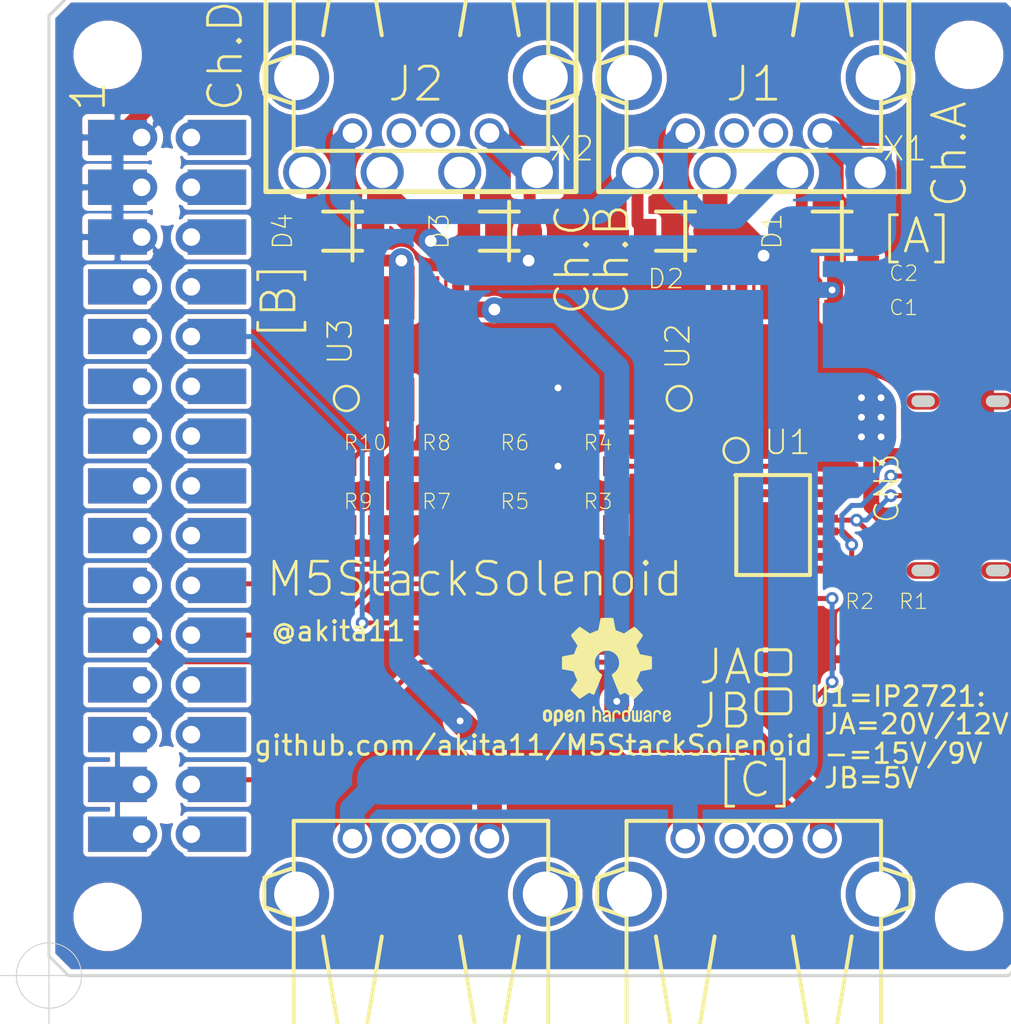
<source format=kicad_pcb>
(kicad_pcb (version 20171130) (host pcbnew "(5.1.5)-3")
  (layers (0 Top signal hide) (31 Bottom signal hide) (34 B.Paste user hide) (35 F.Paste user) (36 B.SilkS user) (37 F.SilkS user) (38 B.Mask user) (39 F.Mask user) (44 Edge.Cuts user))
  (net 0 "")
  (net 1 +5V)
  (net 2 GND)
  (net 3 V+)
  (net 4 "Net-(CN7-PadP$B30)")
  (net 5 /HPWR)
  (net 6 /GPIO34)
  (net 7 /GPIO0)
  (net 8 /GPIO15)
  (net 9 /GPIO13)
  (net 10 /GPIO12)
  (net 11 /GPIO5)
  (net 12 /GPIO2)
  (net 13 /SCL)
  (net 14 /SDA)
  (net 15 /TXD)
  (net 16 /RXD)
  (net 17 /GPIO1)
  (net 18 /GPIO3)
  (net 19 /GPIO18)
  (net 20 /GPIO26)
  (net 21 /GPIO19)
  (net 22 /GPIO25)
  (net 23 /GPIO23)
  (net 24 /RST)
  (net 25 /GPIO36)
  (net 26 /GPIO35)
  (net 27 "Net-(C1-Pad1)")
  (net 28 "Net-(CN3-PadA5)")
  (net 29 "Net-(CN3-PadB5)")
  (net 30 "Net-(CN4-Pad1)")
  (net 31 "Net-(U1-Pad1)")
  (net 32 "Net-(R3-Pad1)")
  (net 33 "Net-(R5-Pad1)")
  (net 34 "Net-(R7-Pad1)")
  (net 35 "Net-(R10-Pad1)")
  (net 36 "Net-(X1-Pad3)")
  (net 37 "Net-(X1-Pad2)")
  (net 38 "Net-(X2-Pad3)")
  (net 39 "Net-(X2-Pad2)")
  (net 40 "Net-(X3-Pad3)")
  (net 41 "Net-(X3-Pad2)")
  (net 42 "Net-(X4-Pad3)")
  (net 43 "Net-(X4-Pad2)")
  (net 44 "Net-(D1-PadP$A)")
  (net 45 "Net-(D2-PadP$A)")
  (net 46 "Net-(D3-PadP$A)")
  (net 47 "Net-(D4-PadP$A)")
  (module akita:CON_HT396R_4P (layer Top) (at 19 -41 180)
    (fp_text reference J2 (at 0.25 5.5) (layer F.SilkS) (effects (font (size 1.6891 1.6891) (thickness 0.14224)) (justify top)))
    (fp_text value Conn_01x04 hide)
    (pad 4 thru_hole circle (at 5.94 0 180) (size 2.2 2.2) (drill 1.6) (layers *.Cu *.Mask) (net 47 "Net-(D4-PadP$A)"))
    (pad 3 thru_hole circle (at 1.98 0 180) (size 2.2 2.2) (drill 1.6) (layers *.Cu *.Mask) (net 27 "Net-(C1-Pad1)"))
    (pad 2 thru_hole circle (at -1.98 0 200) (size 2.2 2.2) (drill 1.6) (layers *.Cu *.Mask) (net 46 "Net-(D3-PadP$A)"))
    (pad 1 thru_hole rect (at -5.94 0 180) (size 2.2 2.2) (drill 1.6) (layers *.Cu *.Mask) (net 27 "Net-(C1-Pad1)"))
  )
  (module akita:CON_HT396R_4P (layer Top) (at 36 -41 180)
    (fp_text reference J1 (at 0 5.5) (layer F.SilkS) (effects (font (size 1.6891 1.6891) (thickness 0.14224)) (justify top)))
    (fp_text value Conn_01x04 hide)
    (pad 4 thru_hole circle (at 5.94 0 180) (size 2.2 2.2) (drill 1.6) (layers *.Cu *.Mask) (net 45 "Net-(D2-PadP$A)"))
    (pad 3 thru_hole circle (at 1.98 0 180) (size 2.2 2.2) (drill 1.6) (layers *.Cu *.Mask) (net 27 "Net-(C1-Pad1)"))
    (pad 2 thru_hole circle (at -1.98 0 200) (size 2.2 2.2) (drill 1.6) (layers *.Cu *.Mask) (net 44 "Net-(D1-PadP$A)"))
    (pad 1 thru_hole rect (at -5.94 0 180) (size 2.2 2.2) (drill 1.6) (layers *.Cu *.Mask) (net 27 "Net-(C1-Pad1)"))
  )
  (module Symbol:OSHW-Logo2_7.3x6mm_SilkScreen (layer Top) (at 28.5 -15.5)
    (fp_text reference REF** hide)
    (fp_text value OSHW-Logo2_7.3x6mm_SilkScreen hide)
  )
  (module M5StackSolenoid2:MBUS_SEP_NOHOLENOTCH (layer Top) (at 0 0)
    (fp_text reference CN7 hide)
    (fp_text value MBUS_SEPNOHOLE hide)
    (fp_text user 1 (at 3 -44 90) (layer F.SilkS) (effects (font (size 1.6891 1.6891) (thickness 0.14224)) (justify left bottom)))
    (fp_line (start 0 -49) (end 0 -1) (layer Edge.Cuts) (width 0.1524))
    (fp_line (start 1 -50) (end 0 -49) (layer Edge.Cuts) (width 0.1524))
    (fp_line (start 49 -50) (end 1 -50) (layer Edge.Cuts) (width 0.1524))
    (fp_line (start 50 -49) (end 49 -50) (layer Edge.Cuts) (width 0.1524))
    (fp_line (start 50 -1) (end 50 -49) (layer Edge.Cuts) (width 0.1524))
    (fp_line (start 49 0) (end 50 -1) (layer Edge.Cuts) (width 0.1524))
    (fp_line (start 1 0) (end 49 0) (layer Edge.Cuts) (width 0.1524))
    (fp_line (start 0 -1) (end 1 0) (layer Edge.Cuts) (width 0.1524))
    (pad "" np_thru_hole circle (at 6 -8.49) (size 1 1) (drill 1) (layers *.Cu *.Mask))
    (pad "" np_thru_hole circle (at 6 -41.51) (size 1 1) (drill 1) (layers *.Cu *.Mask))
    (pad "" np_thru_hole circle (at 6 -11.03) (size 0.9 0.9) (drill 0.9) (layers *.Cu *.Mask))
    (pad "" np_thru_hole circle (at 6 -38.97) (size 0.9 0.9) (drill 0.9) (layers *.Cu *.Mask))
    (pad "" np_thru_hole circle (at 47 -3) (size 3 3) (drill 3) (layers *.Cu *.Mask))
    (pad "" np_thru_hole circle (at 47 -47) (size 3 3) (drill 3) (layers *.Cu *.Mask))
    (pad "" np_thru_hole circle (at 3 -47) (size 3 3) (drill 3) (layers *.Cu *.Mask))
    (pad "" np_thru_hole circle (at 3 -3) (size 3 3) (drill 3) (layers *.Cu *.Mask))
    (pad P$B30 smd rect (at 8.58 -7.22) (size 3 1.8) (layers Bottom B.Paste B.Mask) (net 4 "Net-(CN7-PadP$B30)"))
    (pad P$B29 smd rect (at 3.5 -7.22) (size 3 1.8) (layers Bottom B.Paste B.Mask) (net 5 /HPWR))
    (pad P$B28 smd rect (at 8.58 -9.76) (size 3 1.8) (layers Bottom B.Paste B.Mask) (net 1 +5V))
    (pad P$B27 smd rect (at 3.5 -9.76) (size 3 1.8) (layers Bottom B.Paste B.Mask) (net 5 /HPWR))
    (pad P$B26 smd rect (at 8.58 -12.3) (size 3 1.8) (layers Bottom B.Paste B.Mask) (net 6 /GPIO34))
    (pad P$B25 smd rect (at 3.5 -12.3) (size 3 1.8) (layers Bottom B.Paste B.Mask) (net 5 /HPWR))
    (pad P$B24 smd rect (at 8.58 -14.84) (size 3 1.8) (layers Bottom B.Paste B.Mask) (net 7 /GPIO0))
    (pad P$B23 smd rect (at 3.5 -14.84) (size 3 1.8) (layers Bottom B.Paste B.Mask) (net 8 /GPIO15))
    (pad P$B22 smd rect (at 8.58 -17.38) (size 3 1.8) (layers Bottom B.Paste B.Mask) (net 9 /GPIO13))
    (pad P$B21 smd rect (at 3.5 -17.38) (size 3 1.8) (layers Bottom B.Paste B.Mask) (net 10 /GPIO12))
    (pad P$B20 smd rect (at 8.58 -19.92) (size 3 1.8) (layers Bottom B.Paste B.Mask) (net 11 /GPIO5))
    (pad P$B19 smd rect (at 3.5 -19.92) (size 3 1.8) (layers Bottom B.Paste B.Mask) (net 12 /GPIO2))
    (pad P$B18 smd rect (at 8.58 -22.46) (size 3 1.8) (layers Bottom B.Paste B.Mask) (net 13 /SCL))
    (pad P$B17 smd rect (at 3.5 -22.46) (size 3 1.8) (layers Bottom B.Paste B.Mask) (net 14 /SDA))
    (pad P$B16 smd rect (at 8.58 -25) (size 3 1.8) (layers Bottom B.Paste B.Mask) (net 15 /TXD))
    (pad P$B15 smd rect (at 3.5 -25) (size 3 1.8) (layers Bottom B.Paste B.Mask) (net 16 /RXD))
    (pad P$B14 smd rect (at 8.58 -27.54) (size 3 1.8) (layers Bottom B.Paste B.Mask) (net 17 /GPIO1))
    (pad P$B13 smd rect (at 3.5 -27.54) (size 3 1.8) (layers Bottom B.Paste B.Mask) (net 18 /GPIO3))
    (pad P$B12 smd rect (at 8.58 -30.08) (size 3 1.8) (layers Bottom B.Paste B.Mask) (net 3 V+))
    (pad P$B11 smd rect (at 3.5 -30.08) (size 3 1.8) (layers Bottom B.Paste B.Mask) (net 19 /GPIO18))
    (pad P$B10 smd rect (at 8.58 -32.62) (size 3 1.8) (layers Bottom B.Paste B.Mask) (net 20 /GPIO26))
    (pad P$B9 smd rect (at 3.5 -32.62) (size 3 1.8) (layers Bottom B.Paste B.Mask) (net 21 /GPIO19))
    (pad P$B8 smd rect (at 8.58 -35.16) (size 3 1.8) (layers Bottom B.Paste B.Mask) (net 22 /GPIO25))
    (pad P$B7 smd rect (at 3.5 -35.16) (size 3 1.8) (layers Bottom B.Paste B.Mask) (net 23 /GPIO23))
    (pad P$B6 smd rect (at 8.58 -37.7) (size 3 1.8) (layers Bottom B.Paste B.Mask) (net 24 /RST))
    (pad P$B5 smd rect (at 3.5 -37.7) (size 3 1.8) (layers Bottom B.Paste B.Mask) (net 2 GND))
    (pad P$B4 smd rect (at 8.58 -40.24) (size 3 1.8) (layers Bottom B.Paste B.Mask) (net 25 /GPIO36))
    (pad P$B3 smd rect (at 3.5 -40.24) (size 3 1.8) (layers Bottom B.Paste B.Mask) (net 2 GND))
    (pad P$B2 smd rect (at 8.58 -42.78) (size 3 1.8) (layers Bottom B.Paste B.Mask) (net 26 /GPIO35))
    (pad P$B1 smd rect (at 3.5 -42.78) (size 3 1.8) (layers Bottom B.Paste B.Mask) (net 2 GND))
    (pad P$T30 smd rect (at 8.58 -7.22) (size 3 1.8) (layers Top F.Paste F.Mask) (net 4 "Net-(CN7-PadP$B30)"))
    (pad P$T29 smd rect (at 3.5 -7.22) (size 3 1.8) (layers Top F.Paste F.Mask) (net 5 /HPWR))
    (pad P$T28 smd rect (at 8.58 -9.76) (size 3 1.8) (layers Top F.Paste F.Mask) (net 1 +5V))
    (pad P$T27 smd rect (at 3.5 -9.76) (size 3 1.8) (layers Top F.Paste F.Mask) (net 5 /HPWR))
    (pad P$T26 smd rect (at 8.58 -12.3) (size 3 1.8) (layers Top F.Paste F.Mask) (net 6 /GPIO34))
    (pad P$T25 smd rect (at 3.5 -12.3) (size 3 1.8) (layers Top F.Paste F.Mask) (net 5 /HPWR))
    (pad P$T24 smd rect (at 8.58 -14.84) (size 3 1.8) (layers Top F.Paste F.Mask) (net 7 /GPIO0))
    (pad P$T23 smd rect (at 3.5 -14.84) (size 3 1.8) (layers Top F.Paste F.Mask) (net 8 /GPIO15))
    (pad P$T22 smd rect (at 8.58 -17.38) (size 3 1.8) (layers Top F.Paste F.Mask) (net 9 /GPIO13))
    (pad P$T21 smd rect (at 3.5 -17.38) (size 3 1.8) (layers Top F.Paste F.Mask) (net 10 /GPIO12))
    (pad P$T20 smd rect (at 8.58 -19.92) (size 3 1.8) (layers Top F.Paste F.Mask) (net 11 /GPIO5))
    (pad P$T19 smd rect (at 3.5 -19.92) (size 3 1.8) (layers Top F.Paste F.Mask) (net 12 /GPIO2))
    (pad P$T18 smd rect (at 8.58 -22.46) (size 3 1.8) (layers Top F.Paste F.Mask) (net 13 /SCL))
    (pad P$T17 smd rect (at 3.5 -22.46) (size 3 1.8) (layers Top F.Paste F.Mask) (net 14 /SDA))
    (pad P$T16 smd rect (at 8.58 -25) (size 3 1.8) (layers Top F.Paste F.Mask) (net 15 /TXD))
    (pad P$T15 smd rect (at 3.5 -25) (size 3 1.8) (layers Top F.Paste F.Mask) (net 16 /RXD))
    (pad P$T14 smd rect (at 8.58 -27.54) (size 3 1.8) (layers Top F.Paste F.Mask) (net 17 /GPIO1))
    (pad P$T13 smd rect (at 3.5 -27.54) (size 3 1.8) (layers Top F.Paste F.Mask) (net 18 /GPIO3))
    (pad P$T12 smd rect (at 8.58 -30.08) (size 3 1.8) (layers Top F.Paste F.Mask) (net 3 V+))
    (pad P$T11 smd rect (at 3.5 -30.08) (size 3 1.8) (layers Top F.Paste F.Mask) (net 19 /GPIO18))
    (pad P$T10 smd rect (at 8.58 -32.62) (size 3 1.8) (layers Top F.Paste F.Mask) (net 20 /GPIO26))
    (pad P$T9 smd rect (at 3.5 -32.62) (size 3 1.8) (layers Top F.Paste F.Mask) (net 21 /GPIO19))
    (pad P$T8 smd rect (at 8.58 -35.16) (size 3 1.8) (layers Top F.Paste F.Mask) (net 22 /GPIO25))
    (pad P$T7 smd rect (at 3.5 -35.16) (size 3 1.8) (layers Top F.Paste F.Mask) (net 23 /GPIO23))
    (pad P$T6 smd rect (at 8.58 -37.7) (size 3 1.8) (layers Top F.Paste F.Mask) (net 24 /RST))
    (pad P$T5 smd rect (at 3.5 -37.7) (size 3 1.8) (layers Top F.Paste F.Mask) (net 2 GND))
    (pad P$T4 smd rect (at 8.58 -40.24) (size 3 1.8) (layers Top F.Paste F.Mask) (net 25 /GPIO36))
    (pad P$T3 smd rect (at 3.5 -40.24) (size 3 1.8) (layers Top F.Paste F.Mask) (net 2 GND))
    (pad P$T2 smd rect (at 8.58 -42.78) (size 3 1.8) (layers Top F.Paste F.Mask) (net 26 /GPIO35))
    (pad P$T1 smd rect (at 3.5 -42.78) (size 3 1.8) (layers Top F.Paste F.Mask) (net 2 GND))
  )
  (module akita:Pad_TH09mm (layer Top) (at 7.27 -7.22)
    (fp_text reference REF** hide)
    (fp_text value Pad_TH09mm hide)
    (pad 1 thru_hole circle (at 0 0) (size 1.6 1.6) (drill 0.9) (layers *.Cu *.Mask) (net 4 "Net-(CN7-PadP$B30)"))
  )
  (module akita:Pad_TH09mm (layer Top) (at 4.73 -7.22)
    (fp_text reference REF** hide)
    (fp_text value Pad_TH09mm hide)
    (pad 1 thru_hole circle (at 0 0) (size 1.6 1.6) (drill 0.9) (layers *.Cu *.Mask) (net 5 /HPWR))
  )
  (module akita:Pad_TH09mm (layer Top) (at 7.27 -9.76)
    (fp_text reference REF** hide)
    (fp_text value Pad_TH09mm hide)
    (pad 1 thru_hole circle (at 0 0) (size 1.6 1.6) (drill 0.9) (layers *.Cu *.Mask) (net 1 +5V))
  )
  (module akita:Pad_TH09mm (layer Top) (at 4.73 -9.76)
    (fp_text reference REF** hide)
    (fp_text value Pad_TH09mm hide)
    (pad 1 thru_hole circle (at 0 0) (size 1.6 1.6) (drill 0.9) (layers *.Cu *.Mask) (net 5 /HPWR))
  )
  (module akita:Pad_TH09mm (layer Top) (at 7.27 -12.3)
    (fp_text reference REF** hide)
    (fp_text value Pad_TH09mm hide)
    (pad 1 thru_hole circle (at 0 0) (size 1.6 1.6) (drill 0.9) (layers *.Cu *.Mask) (net 6 /GPIO34))
  )
  (module akita:Pad_TH09mm (layer Top) (at 4.73 -12.3)
    (fp_text reference REF** hide)
    (fp_text value Pad_TH09mm hide)
    (pad 1 thru_hole circle (at 0 0) (size 1.6 1.6) (drill 0.9) (layers *.Cu *.Mask) (net 5 /HPWR))
  )
  (module akita:Pad_TH09mm (layer Top) (at 7.27 -14.84)
    (fp_text reference REF** hide)
    (fp_text value Pad_TH09mm hide)
    (pad 1 thru_hole circle (at 0 0) (size 1.6 1.6) (drill 0.9) (layers *.Cu *.Mask) (net 7 /GPIO0))
  )
  (module akita:Pad_TH09mm (layer Top) (at 4.73 -14.84)
    (fp_text reference REF** hide)
    (fp_text value Pad_TH09mm hide)
    (pad 1 thru_hole circle (at 0 0) (size 1.6 1.6) (drill 0.9) (layers *.Cu *.Mask) (net 8 /GPIO15))
  )
  (module akita:Pad_TH09mm (layer Top) (at 7.27 -17.38)
    (fp_text reference REF** hide)
    (fp_text value Pad_TH09mm hide)
    (pad 1 thru_hole circle (at 0 0) (size 1.6 1.6) (drill 0.9) (layers *.Cu *.Mask) (net 9 /GPIO13))
  )
  (module akita:Pad_TH09mm (layer Top) (at 4.73 -17.38)
    (fp_text reference REF** hide)
    (fp_text value Pad_TH09mm hide)
    (pad 1 thru_hole circle (at 0 0) (size 1.6 1.6) (drill 0.9) (layers *.Cu *.Mask) (net 10 /GPIO12))
  )
  (module akita:Pad_TH09mm (layer Top) (at 7.27 -19.92)
    (fp_text reference REF** hide)
    (fp_text value Pad_TH09mm hide)
    (pad 1 thru_hole circle (at 0 0) (size 1.6 1.6) (drill 0.9) (layers *.Cu *.Mask) (net 11 /GPIO5))
  )
  (module akita:Pad_TH09mm (layer Top) (at 4.73 -19.92)
    (fp_text reference REF** hide)
    (fp_text value Pad_TH09mm hide)
    (pad 1 thru_hole circle (at 0 0) (size 1.6 1.6) (drill 0.9) (layers *.Cu *.Mask) (net 12 /GPIO2))
  )
  (module akita:Pad_TH09mm (layer Top) (at 7.27 -22.46)
    (fp_text reference REF** hide)
    (fp_text value Pad_TH09mm hide)
    (pad 1 thru_hole circle (at 0 0) (size 1.6 1.6) (drill 0.9) (layers *.Cu *.Mask) (net 13 /SCL))
  )
  (module akita:Pad_TH09mm (layer Top) (at 4.73 -22.46)
    (fp_text reference REF** hide)
    (fp_text value Pad_TH09mm hide)
    (pad 1 thru_hole circle (at 0 0) (size 1.6 1.6) (drill 0.9) (layers *.Cu *.Mask) (net 14 /SDA))
  )
  (module akita:Pad_TH09mm (layer Top) (at 7.27 -25)
    (fp_text reference REF** hide)
    (fp_text value Pad_TH09mm hide)
    (pad 1 thru_hole circle (at 0 0) (size 1.6 1.6) (drill 0.9) (layers *.Cu *.Mask) (net 15 /TXD))
  )
  (module akita:Pad_TH09mm (layer Top) (at 4.73 -25)
    (fp_text reference REF** hide)
    (fp_text value Pad_TH09mm hide)
    (pad 1 thru_hole circle (at 0 0) (size 1.6 1.6) (drill 0.9) (layers *.Cu *.Mask) (net 16 /RXD))
  )
  (module akita:Pad_TH09mm (layer Top) (at 7.27 -27.54)
    (fp_text reference REF** hide)
    (fp_text value Pad_TH09mm hide)
    (pad 1 thru_hole circle (at 0 0) (size 1.6 1.6) (drill 0.9) (layers *.Cu *.Mask) (net 17 /GPIO1))
  )
  (module akita:Pad_TH09mm (layer Top) (at 4.73 -27.54)
    (fp_text reference REF** hide)
    (fp_text value Pad_TH09mm hide)
    (pad 1 thru_hole circle (at 0 0) (size 1.6 1.6) (drill 0.9) (layers *.Cu *.Mask) (net 18 /GPIO3))
  )
  (module akita:Pad_TH09mm (layer Top) (at 7.27 -30.08)
    (fp_text reference REF** hide)
    (fp_text value Pad_TH09mm hide)
    (pad 1 thru_hole circle (at 0 0) (size 1.6 1.6) (drill 0.9) (layers *.Cu *.Mask) (net 3 V+))
  )
  (module akita:Pad_TH09mm (layer Top) (at 4.73 -30.08)
    (fp_text reference REF** hide)
    (fp_text value Pad_TH09mm hide)
    (pad 1 thru_hole circle (at 0 0) (size 1.6 1.6) (drill 0.9) (layers *.Cu *.Mask) (net 19 /GPIO18))
  )
  (module akita:Pad_TH09mm (layer Top) (at 7.27 -32.62)
    (fp_text reference REF** hide)
    (fp_text value Pad_TH09mm hide)
    (pad 1 thru_hole circle (at 0 0) (size 1.6 1.6) (drill 0.9) (layers *.Cu *.Mask) (net 20 /GPIO26))
  )
  (module akita:Pad_TH09mm (layer Top) (at 4.73 -32.62)
    (fp_text reference REF** hide)
    (fp_text value Pad_TH09mm hide)
    (pad 1 thru_hole circle (at 0 0) (size 1.6 1.6) (drill 0.9) (layers *.Cu *.Mask) (net 21 /GPIO19))
  )
  (module akita:Pad_TH09mm (layer Top) (at 7.27 -35.16)
    (fp_text reference REF** hide)
    (fp_text value Pad_TH09mm hide)
    (pad 1 thru_hole circle (at 0 0) (size 1.6 1.6) (drill 0.9) (layers *.Cu *.Mask) (net 22 /GPIO25))
  )
  (module akita:Pad_TH09mm (layer Top) (at 4.73 -35.16)
    (fp_text reference REF** hide)
    (fp_text value Pad_TH09mm hide)
    (pad 1 thru_hole circle (at 0 0) (size 1.6 1.6) (drill 0.9) (layers *.Cu *.Mask) (net 23 /GPIO23))
  )
  (module akita:Pad_TH09mm (layer Top) (at 7.27 -37.7)
    (fp_text reference REF** hide)
    (fp_text value Pad_TH09mm hide)
    (pad 1 thru_hole circle (at 0 0) (size 1.6 1.6) (drill 0.9) (layers *.Cu *.Mask) (net 24 /RST))
  )
  (module akita:Pad_TH09mm (layer Top) (at 4.73 -37.7)
    (fp_text reference REF** hide)
    (fp_text value Pad_TH09mm hide)
    (pad 1 thru_hole circle (at 0 0) (size 1.6 1.6) (drill 0.9) (layers *.Cu *.Mask) (net 2 GND))
  )
  (module akita:Pad_TH09mm (layer Top) (at 7.27 -40.24)
    (fp_text reference REF** hide)
    (fp_text value Pad_TH09mm hide)
    (pad 1 thru_hole circle (at 0 0) (size 1.6 1.6) (drill 0.9) (layers *.Cu *.Mask) (net 25 /GPIO36))
  )
  (module akita:Pad_TH09mm (layer Top) (at 4.73 -40.24)
    (fp_text reference REF** hide)
    (fp_text value Pad_TH09mm hide)
    (pad 1 thru_hole circle (at 0 0) (size 1.6 1.6) (drill 0.9) (layers *.Cu *.Mask) (net 2 GND))
  )
  (module akita:Pad_TH09mm (layer Top) (at 7.27 -42.78)
    (fp_text reference REF** hide)
    (fp_text value Pad_TH09mm hide)
    (pad 1 thru_hole circle (at 0 0) (size 1.6 1.6) (drill 0.9) (layers *.Cu *.Mask) (net 26 /GPIO35))
  )
  (module akita:Pad_TH09mm (layer Top) (at 4.73 -42.78)
    (fp_text reference REF** hide)
    (fp_text value Pad_TH09mm hide)
    (pad 1 thru_hole circle (at 0 0) (size 1.6 1.6) (drill 0.9) (layers *.Cu *.Mask) (net 2 GND))
  )
  (module M5StackSolenoid2:SOD123FL (layer Top) (at 40 -38)
    (fp_text reference D1 (at -2.5 1 90) (layer F.SilkS) (effects (font (size 0.9652 0.9652) (thickness 0.077216)) (justify left bottom)))
    (fp_text value DIODESOD123FL)
    (pad P$K smd rect (at 1.55 0) (size 1.15 1.25) (layers Top F.Paste F.Mask) (net 27 "Net-(C1-Pad1)"))
    (pad P$A smd rect (at -1.55 0) (size 1.15 1.25) (layers Top F.Paste F.Mask) (net 44 "Net-(D1-PadP$A)"))
  )
  (module M5StackSolenoid2:TSSOP16 (layer Top) (at 37 -23 270)
    (fp_text reference U1 (at -3.515 0.5525) (layer F.SilkS) (effects (font (size 1.2065 1.2065) (thickness 0.09652)) (justify left bottom)))
    (fp_text value PMC_IP2721)
    (pad 10 smd rect (at 1.625 -2.775) (size 1.05 0.4) (layers Top F.Paste F.Mask))
    (pad 9 smd rect (at 2.275 -2.775) (size 1.05 0.4) (layers Top F.Paste F.Mask))
    (pad 14 smd rect (at -0.975 -2.775) (size 1.05 0.4) (layers Top F.Paste F.Mask))
    (pad 13 smd rect (at -0.325 -2.775) (size 1.05 0.4) (layers Top F.Paste F.Mask) (net 28 "Net-(CN3-PadA5)"))
    (pad 12 smd rect (at 0.325 -2.775) (size 1.05 0.4) (layers Top F.Paste F.Mask) (net 29 "Net-(CN3-PadB5)"))
    (pad 11 smd rect (at 0.975 -2.775) (size 1.05 0.4) (layers Top F.Paste F.Mask) (net 30 "Net-(CN4-Pad1)"))
    (pad 16 smd rect (at -2.275 -2.775) (size 1.05 0.4) (layers Top F.Paste F.Mask) (net 27 "Net-(C1-Pad1)"))
    (pad 15 smd rect (at -1.625 -2.775) (size 1.05 0.4) (layers Top F.Paste F.Mask))
    (pad 8 smd rect (at 2.275 2.775) (size 1.05 0.4) (layers Top F.Paste F.Mask))
    (pad 7 smd rect (at 1.625 2.775) (size 1.05 0.4) (layers Top F.Paste F.Mask))
    (pad 6 smd rect (at 0.975 2.775) (size 1.05 0.4) (layers Top F.Paste F.Mask))
    (pad 5 smd rect (at 0.325 2.775) (size 1.05 0.4) (layers Top F.Paste F.Mask) (net 2 GND))
    (pad 4 smd rect (at -0.325 2.775) (size 1.05 0.4) (layers Top F.Paste F.Mask))
    (pad 3 smd rect (at -0.975 2.775) (size 1.05 0.4) (layers Top F.Paste F.Mask))
    (pad 2 smd rect (at -1.625 2.775) (size 1.05 0.4) (layers Top F.Paste F.Mask) (net 27 "Net-(C1-Pad1)"))
    (pad 1 smd rect (at -2.275 2.775) (size 1.05 0.4) (layers Top F.Paste F.Mask) (net 31 "Net-(U1-Pad1)"))
  )
  (module M5StackSolenoid2:USB-C_6P (layer Top) (at 47.5 -25 90)
    (fp_text reference CN3 (at -2 -4 90) (layer F.SilkS) (effects (font (size 1.2065 1.2065) (thickness 0.09652)) (justify left bottom)))
    (fp_text value CON_USB-C-6 hide)
    (fp_line (start 4.32 -3.15) (end 4.32 -2.55) (layer Edge.Cuts) (width 0.6))
    (fp_line (start 4.32 0.65) (end 4.32 1.25) (layer Edge.Cuts) (width 0.6))
    (fp_line (start -4.32 0.65) (end -4.32 1.25) (layer Edge.Cuts) (width 0.6))
    (fp_line (start -4.32 -3.15) (end -4.32 -2.55) (layer Edge.Cuts) (width 0.6))
    (pad P$4 smd roundrect (at 4.32 0.95 90) (size 0.85 1.7) (layers Top F.Paste F.Mask) (roundrect_rratio 0.5))
    (pad P$3 smd roundrect (at 4.32 -2.85 90) (size 0.85 1.7) (layers Top F.Paste F.Mask) (roundrect_rratio 0.5))
    (pad P$2 smd roundrect (at -4.32 0.95 90) (size 0.85 1.7) (layers Top F.Paste F.Mask) (roundrect_rratio 0.5))
    (pad P$1 smd roundrect (at -4.32 -2.85 90) (size 0.85 1.7) (layers Top F.Paste F.Mask) (roundrect_rratio 0.5))
    (pad A12 smd rect (at 2.75 -3 90) (size 0.8 1.2) (layers Top F.Paste F.Mask) (net 2 GND))
    (pad A9 smd rect (at 1.52 -3 90) (size 0.76 1.2) (layers Top F.Paste F.Mask) (net 27 "Net-(C1-Pad1)"))
    (pad B5 smd rect (at 0.5 -3 90) (size 0.7 1.2) (layers Top F.Paste F.Mask) (net 29 "Net-(CN3-PadB5)"))
    (pad A5 smd rect (at -0.5 -3 90) (size 0.7 1.2) (layers Top F.Paste F.Mask) (net 28 "Net-(CN3-PadA5)"))
    (pad B9 smd rect (at -1.52 -3 90) (size 0.76 1.2) (layers Top F.Paste F.Mask) (net 27 "Net-(C1-Pad1)"))
    (pad B12 smd rect (at -2.75 -3 90) (size 0.8 1.2) (layers Top F.Paste F.Mask) (net 2 GND))
  )
  (module M5StackSolenoid2:0603 (layer Top) (at 44 -17 90)
    (fp_text reference R1 (at 1.647 -0.639) (layer F.SilkS) (effects (font (size 0.77216 0.77216) (thickness 0.061772)) (justify left bottom)))
    (fp_text value 5.1k)
    (pad 2 smd rect (at 0.85 0 90) (size 1.1 1) (layers Top F.Paste F.Mask) (net 28 "Net-(CN3-PadA5)"))
    (pad 1 smd rect (at -0.85 0 90) (size 1.1 1) (layers Top F.Paste F.Mask) (net 2 GND))
  )
  (module M5StackSolenoid2:0603 (layer Top) (at 41 -17 90)
    (fp_text reference R2 (at 1.647 -0.389) (layer F.SilkS) (effects (font (size 0.77216 0.77216) (thickness 0.061772)) (justify left bottom)))
    (fp_text value 5.1k)
    (pad 2 smd rect (at 0.85 0 90) (size 1.1 1) (layers Top F.Paste F.Mask) (net 29 "Net-(CN3-PadB5)"))
    (pad 1 smd rect (at -0.85 0 90) (size 1.1 1) (layers Top F.Paste F.Mask) (net 2 GND))
  )
  (module M5StackSolenoid2:JUMPER_SJS (layer Top) (at 37 -16 180)
    (fp_text reference CN4 hide)
    (fp_text value JUMPER_SJS)
    (pad 2 smd rect (at 0.4 0 180) (size 0.6 1) (layers Top F.Paste F.Mask) (net 1 +5V))
    (pad 1 smd rect (at -0.4 0 180) (size 0.6 1) (layers Top F.Paste F.Mask) (net 30 "Net-(CN4-Pad1)"))
  )
  (module M5StackSolenoid2:JUMPER_SJS (layer Top) (at 37 -14)
    (fp_text reference CN5 hide)
    (fp_text value JUMPER_SJS)
    (pad 2 smd rect (at 0.4 0) (size 0.6 1) (layers Top F.Paste F.Mask) (net 30 "Net-(CN4-Pad1)"))
    (pad 1 smd rect (at -0.4 0) (size 0.6 1) (layers Top F.Paste F.Mask) (net 2 GND))
  )
  (module M5StackSolenoid2:0603 (layer Top) (at 41 -34)
    (fp_text reference C1 (at 1.861 0.353) (layer F.SilkS) (effects (font (size 0.77216 0.77216) (thickness 0.061772)) (justify left bottom)))
    (fp_text value CAP0603)
    (pad 2 smd rect (at 0.85 0) (size 1.1 1) (layers Top F.Paste F.Mask) (net 2 GND))
    (pad 1 smd rect (at -0.85 0) (size 1.1 1) (layers Top F.Paste F.Mask) (net 27 "Net-(C1-Pad1)"))
  )
  (module M5StackSolenoid2:0603 (layer Top) (at 41 -36.25)
    (fp_text reference C2 (at 1.861 0.853) (layer F.SilkS) (effects (font (size 0.77216 0.77216) (thickness 0.061772)) (justify left bottom)))
    (fp_text value CAP0603)
    (pad 2 smd rect (at 0.85 0) (size 1.1 1) (layers Top F.Paste F.Mask) (net 2 GND))
    (pad 1 smd rect (at -0.85 0) (size 1.1 1) (layers Top F.Paste F.Mask) (net 27 "Net-(C1-Pad1)"))
  )
  (module M5StackSolenoid2:0603 (layer Top) (at 28 -23 180)
    (fp_text reference R3 (at 0.75 0.75) (layer F.SilkS) (effects (font (size 0.77216 0.77216) (thickness 0.061772)) (justify left bottom)))
    (fp_text value 100)
    (pad 2 smd rect (at 0.85 0 180) (size 1.1 1) (layers Top F.Paste F.Mask) (net 20 /GPIO26))
    (pad 1 smd rect (at -0.85 0 180) (size 1.1 1) (layers Top F.Paste F.Mask) (net 32 "Net-(R3-Pad1)"))
  )
  (module M5StackSolenoid2:0603 (layer Top) (at 28 -26 180)
    (fp_text reference R4 (at 0.75 0.75) (layer F.SilkS) (effects (font (size 0.77216 0.77216) (thickness 0.061772)) (justify left bottom)))
    (fp_text value 10k)
    (pad 2 smd rect (at 0.85 0 180) (size 1.1 1) (layers Top F.Paste F.Mask) (net 2 GND))
    (pad 1 smd rect (at -0.85 0 180) (size 1.1 1) (layers Top F.Paste F.Mask) (net 32 "Net-(R3-Pad1)"))
  )
  (module M5StackSolenoid2:SOD123FL (layer Top) (at 32 -38)
    (fp_text reference D2 (at 0.5 3) (layer F.SilkS) (effects (font (size 0.9652 0.9652) (thickness 0.077216)) (justify right bottom)))
    (fp_text value DIODESOD123FL)
    (pad P$K smd rect (at 1.55 0) (size 1.15 1.25) (layers Top F.Paste F.Mask) (net 27 "Net-(C1-Pad1)"))
    (pad P$A smd rect (at -1.55 0) (size 1.15 1.25) (layers Top F.Paste F.Mask) (net 45 "Net-(D2-PadP$A)"))
  )
  (module M5StackSolenoid2:0603 (layer Top) (at 24 -23 180)
    (fp_text reference R5 (at 1 0.75) (layer F.SilkS) (effects (font (size 0.77216 0.77216) (thickness 0.061772)) (justify left bottom)))
    (fp_text value 100)
    (pad 2 smd rect (at 0.85 0 180) (size 1.1 1) (layers Top F.Paste F.Mask) (net 10 /GPIO12))
    (pad 1 smd rect (at -0.85 0 180) (size 1.1 1) (layers Top F.Paste F.Mask) (net 33 "Net-(R5-Pad1)"))
  )
  (module M5StackSolenoid2:0603 (layer Top) (at 24 -26 180)
    (fp_text reference R6 (at 1 0.75) (layer F.SilkS) (effects (font (size 0.77216 0.77216) (thickness 0.061772)) (justify left bottom)))
    (fp_text value 10k)
    (pad 2 smd rect (at 0.85 0 180) (size 1.1 1) (layers Top F.Paste F.Mask) (net 2 GND))
    (pad 1 smd rect (at -0.85 0 180) (size 1.1 1) (layers Top F.Paste F.Mask) (net 33 "Net-(R5-Pad1)"))
  )
  (module M5StackSolenoid2:SOD123FL (layer Top) (at 23 -38)
    (fp_text reference D3 (at -2.5 1 90) (layer F.SilkS) (effects (font (size 0.9652 0.9652) (thickness 0.077216)) (justify left bottom)))
    (fp_text value DIODESOD123FL)
    (pad P$K smd rect (at 1.55 0) (size 1.15 1.25) (layers Top F.Paste F.Mask) (net 27 "Net-(C1-Pad1)"))
    (pad P$A smd rect (at -1.55 0) (size 1.15 1.25) (layers Top F.Paste F.Mask) (net 46 "Net-(D3-PadP$A)"))
  )
  (module M5StackSolenoid2:0603 (layer Top) (at 20 -23 180)
    (fp_text reference R7 (at 1 0.75) (layer F.SilkS) (effects (font (size 0.77216 0.77216) (thickness 0.061772)) (justify left bottom)))
    (fp_text value 100)
    (pad 2 smd rect (at 0.85 0 180) (size 1.1 1) (layers Top F.Paste F.Mask) (net 9 /GPIO13))
    (pad 1 smd rect (at -0.85 0 180) (size 1.1 1) (layers Top F.Paste F.Mask) (net 34 "Net-(R7-Pad1)"))
  )
  (module M5StackSolenoid2:0603 (layer Top) (at 20 -26 180)
    (fp_text reference R8 (at 1 0.75) (layer F.SilkS) (effects (font (size 0.77216 0.77216) (thickness 0.061772)) (justify left bottom)))
    (fp_text value 10k)
    (pad 2 smd rect (at 0.85 0 180) (size 1.1 1) (layers Top F.Paste F.Mask) (net 2 GND))
    (pad 1 smd rect (at -0.85 0 180) (size 1.1 1) (layers Top F.Paste F.Mask) (net 34 "Net-(R7-Pad1)"))
  )
  (module M5StackSolenoid2:SOD123FL (layer Top) (at 15 -38)
    (fp_text reference D4 (at -2.5 1 90) (layer F.SilkS) (effects (font (size 0.9652 0.9652) (thickness 0.077216)) (justify left bottom)))
    (fp_text value DIODESOD123FL)
    (pad P$K smd rect (at 1.55 0) (size 1.15 1.25) (layers Top F.Paste F.Mask) (net 27 "Net-(C1-Pad1)"))
    (pad P$A smd rect (at -1.55 0) (size 1.15 1.25) (layers Top F.Paste F.Mask) (net 47 "Net-(D4-PadP$A)"))
  )
  (module M5StackSolenoid2:0603 (layer Top) (at 16 -23 180)
    (fp_text reference R9 (at 1 0.75) (layer F.SilkS) (effects (font (size 0.77216 0.77216) (thickness 0.061772)) (justify left bottom)))
    (fp_text value 100)
    (pad 2 smd rect (at 0.85 0 180) (size 1.1 1) (layers Top F.Paste F.Mask) (net 11 /GPIO5))
    (pad 1 smd rect (at -0.85 0 180) (size 1.1 1) (layers Top F.Paste F.Mask) (net 35 "Net-(R10-Pad1)"))
  )
  (module M5StackSolenoid2:0603 (layer Top) (at 16 -26 180)
    (fp_text reference R10 (at 1 0.75) (layer F.SilkS) (effects (font (size 0.77216 0.77216) (thickness 0.061772)) (justify left bottom)))
    (fp_text value 10k)
    (pad 2 smd rect (at 0.85 0 180) (size 1.1 1) (layers Top F.Paste F.Mask) (net 2 GND))
    (pad 1 smd rect (at -0.85 0 180) (size 1.1 1) (layers Top F.Paste F.Mask) (net 35 "Net-(R10-Pad1)"))
  )
  (module M5StackSolenoid2:SO08 (layer Top) (at 36 -32)
    (fp_text reference U2 (at -3.175 1.155 90) (layer F.SilkS) (effects (font (size 1.2065 1.2065) (thickness 0.09652)) (justify left bottom)))
    (fp_text value TR_NMOS_IRF7103)
    (pad 5 smd rect (at 1.905 -2.6) (size 0.6 2.2) (layers Top F.Paste F.Mask) (net 44 "Net-(D1-PadP$A)"))
    (pad 6 smd rect (at 0.635 -2.6) (size 0.6 2.2) (layers Top F.Paste F.Mask))
    (pad 8 smd rect (at -1.905 -2.6) (size 0.6 2.2) (layers Top F.Paste F.Mask))
    (pad 4 smd rect (at 1.905 2.6) (size 0.6 2.2) (layers Top F.Paste F.Mask) (net 32 "Net-(R3-Pad1)"))
    (pad 3 smd rect (at 0.635 2.6) (size 0.6 2.2) (layers Top F.Paste F.Mask) (net 2 GND))
    (pad 1 smd rect (at -1.905 2.6) (size 0.6 2.2) (layers Top F.Paste F.Mask) (net 2 GND))
    (pad 7 smd rect (at -0.635 -2.6) (size 0.6 2.2) (layers Top F.Paste F.Mask) (net 45 "Net-(D2-PadP$A)"))
    (pad 2 smd rect (at -0.635 2.6) (size 0.6 2.2) (layers Top F.Paste F.Mask) (net 33 "Net-(R5-Pad1)"))
  )
  (module M5StackSolenoid2:SO08 (layer Top) (at 19 -32)
    (fp_text reference U3 (at -3.425 0.905 90) (layer F.SilkS) (effects (font (size 1.2065 1.2065) (thickness 0.09652)) (justify left bottom)))
    (fp_text value TR_NMOS_IRF7103)
    (pad 5 smd rect (at 1.905 -2.6) (size 0.6 2.2) (layers Top F.Paste F.Mask) (net 46 "Net-(D3-PadP$A)"))
    (pad 6 smd rect (at 0.635 -2.6) (size 0.6 2.2) (layers Top F.Paste F.Mask))
    (pad 8 smd rect (at -1.905 -2.6) (size 0.6 2.2) (layers Top F.Paste F.Mask))
    (pad 4 smd rect (at 1.905 2.6) (size 0.6 2.2) (layers Top F.Paste F.Mask) (net 34 "Net-(R7-Pad1)"))
    (pad 3 smd rect (at 0.635 2.6) (size 0.6 2.2) (layers Top F.Paste F.Mask) (net 2 GND))
    (pad 1 smd rect (at -1.905 2.6) (size 0.6 2.2) (layers Top F.Paste F.Mask) (net 2 GND))
    (pad 7 smd rect (at -0.635 -2.6) (size 0.6 2.2) (layers Top F.Paste F.Mask) (net 47 "Net-(D4-PadP$A)"))
    (pad 2 smd rect (at -0.635 2.6) (size 0.6 2.2) (layers Top F.Paste F.Mask) (net 35 "Net-(R10-Pad1)"))
  )
  (module M5StackSolenoid2:USB-A (layer Top) (at 36 -56 180)
    (fp_text reference X1 (at -6.5001 -14.5001) (layer F.SilkS) (effects (font (size 1.2065 1.2065) (thickness 0.09652)) (justify left bottom)))
    (fp_text value CON_USB-A)
    (pad P$G2 thru_hole circle (at 6.35 -10.16 180) (size 3.316 3.316) (drill 2.3) (layers *.Cu *.Mask))
    (pad P$G1 thru_hole circle (at -6.35 -10.16 180) (size 3.316 3.316) (drill 2.3) (layers *.Cu *.Mask))
    (pad 4 thru_hole circle (at 3.5001 -12.9901 180) (size 1.508 1.508) (drill 1) (layers *.Cu *.Mask) (net 44 "Net-(D1-PadP$A)"))
    (pad 3 thru_hole circle (at 1 -12.9901 180) (size 1.508 1.508) (drill 1) (layers *.Cu *.Mask) (net 36 "Net-(X1-Pad3)"))
    (pad 2 thru_hole circle (at -1 -12.9901 180) (size 1.508 1.508) (drill 1) (layers *.Cu *.Mask) (net 37 "Net-(X1-Pad2)"))
    (pad 1 thru_hole circle (at -3.5001 -12.9901 180) (size 1.508 1.508) (drill 1) (layers *.Cu *.Mask) (net 27 "Net-(C1-Pad1)"))
  )
  (module M5StackSolenoid2:USB-A (layer Top) (at 19 -56 180)
    (fp_text reference X2 (at -6.5001 -14.5001) (layer F.SilkS) (effects (font (size 1.2065 1.2065) (thickness 0.09652)) (justify left bottom)))
    (fp_text value CON_USB-A)
    (pad P$G2 thru_hole circle (at 6.35 -10.16 180) (size 3.316 3.316) (drill 2.3) (layers *.Cu *.Mask))
    (pad P$G1 thru_hole circle (at -6.35 -10.16 180) (size 3.316 3.316) (drill 2.3) (layers *.Cu *.Mask))
    (pad 4 thru_hole circle (at 3.5001 -12.9901 180) (size 1.508 1.508) (drill 1) (layers *.Cu *.Mask) (net 45 "Net-(D2-PadP$A)"))
    (pad 3 thru_hole circle (at 1 -12.9901 180) (size 1.508 1.508) (drill 1) (layers *.Cu *.Mask) (net 38 "Net-(X2-Pad3)"))
    (pad 2 thru_hole circle (at -1 -12.9901 180) (size 1.508 1.508) (drill 1) (layers *.Cu *.Mask) (net 39 "Net-(X2-Pad2)"))
    (pad 1 thru_hole circle (at -3.5001 -12.9901 180) (size 1.508 1.508) (drill 1) (layers *.Cu *.Mask) (net 27 "Net-(C1-Pad1)"))
  )
  (module M5StackSolenoid2:USB-A (layer Top) (at 36 6)
    (fp_text reference X3 hide)
    (fp_text value CON_USB-A)
    (pad P$G2 thru_hole circle (at 6.35 -10.16) (size 3.316 3.316) (drill 2.3) (layers *.Cu *.Mask))
    (pad P$G1 thru_hole circle (at -6.35 -10.16) (size 3.316 3.316) (drill 2.3) (layers *.Cu *.Mask))
    (pad 4 thru_hole circle (at 3.5001 -12.9901) (size 1.508 1.508) (drill 1) (layers *.Cu *.Mask) (net 46 "Net-(D3-PadP$A)"))
    (pad 3 thru_hole circle (at 1 -12.9901) (size 1.508 1.508) (drill 1) (layers *.Cu *.Mask) (net 40 "Net-(X3-Pad3)"))
    (pad 2 thru_hole circle (at -1 -12.9901) (size 1.508 1.508) (drill 1) (layers *.Cu *.Mask) (net 41 "Net-(X3-Pad2)"))
    (pad 1 thru_hole circle (at -3.5001 -12.9901) (size 1.508 1.508) (drill 1) (layers *.Cu *.Mask) (net 27 "Net-(C1-Pad1)"))
  )
  (module M5StackSolenoid2:USB-A (layer Top) (at 19 6)
    (fp_text reference X4 hide)
    (fp_text value CON_USB-A)
    (pad P$G2 thru_hole circle (at 6.35 -10.16) (size 3.316 3.316) (drill 2.3) (layers *.Cu *.Mask))
    (pad P$G1 thru_hole circle (at -6.35 -10.16) (size 3.316 3.316) (drill 2.3) (layers *.Cu *.Mask))
    (pad 4 thru_hole circle (at 3.5001 -12.9901) (size 1.508 1.508) (drill 1) (layers *.Cu *.Mask) (net 47 "Net-(D4-PadP$A)"))
    (pad 3 thru_hole circle (at 1 -12.9901) (size 1.508 1.508) (drill 1) (layers *.Cu *.Mask) (net 42 "Net-(X4-Pad3)"))
    (pad 2 thru_hole circle (at -1 -12.9901) (size 1.508 1.508) (drill 1) (layers *.Cu *.Mask) (net 43 "Net-(X4-Pad2)"))
    (pad 1 thru_hole circle (at -3.5001 -12.9901) (size 1.508 1.508) (drill 1) (layers *.Cu *.Mask) (net 27 "Net-(C1-Pad1)"))
  )
  (gr_text github.com/akita11/M5StackSolenoid (at 24.75 -11.75) (layer F.SilkS) (effects (font (size 1 1))))
  (gr_text U1=IP2721: (at 38.75 -14.25) (layer F.SilkS) (effects (font (size 1 1)) (justify left)))
  (target plus (at -0.0011 -0.0036) (size 5) (width 0.05) (layer Edge.Cuts))
  (gr_text JA (at 36 -16.75) (layer F.SilkS) (effects (font (size 1.6891 1.6891) (thickness 0.14224)) (justify right top)))
  (gr_text JB (at 36 -14.5) (layer F.SilkS) (effects (font (size 1.6891 1.6891) (thickness 0.14224)) (justify right top)))
  (gr_text JA=20V/12V (at 39.5 -12.25) (layer F.SilkS) (effects (font (size 1 1) (thickness 0.14224)) (justify left bottom)))
  (gr_text -=15V/9V (at 39.5 -10.75) (layer F.SilkS) (effects (font (size 1 1) (thickness 0.14224)) (justify left bottom)))
  (gr_text JB=5V (at 39.5 -9.5) (layer F.SilkS) (effects (font (size 1 1) (thickness 0.14224)) (justify left bottom)))
  (gr_text Ch.A (at 45 -44.75 90) (layer F.SilkS) (effects (font (size 1.6891 1.6891) (thickness 0.14224)) (justify right top)))
  (gr_text Ch.B (at 27.75 -39.5 90) (layer F.SilkS) (effects (font (size 1.6891 1.6891) (thickness 0.14224)) (justify right top)))
  (gr_text Ch.C (at 25.75 -39.5 90) (layer F.SilkS) (effects (font (size 1.6891 1.6891) (thickness 0.14224)) (justify right top)))
  (gr_text Ch.D (at 10 -44 90) (layer F.SilkS) (effects (font (size 1.6891 1.6891) (thickness 0.14224)) (justify left bottom)))
  (gr_text M5StackSolenoid (at 11 -19.25) (layer F.SilkS) (effects (font (size 1.6891 1.6891) (thickness 0.14224)) (justify left bottom)))
  (gr_text @akita11 (at 11.25 -17) (layer F.SilkS) (effects (font (size 1 1) (thickness 0.14224)) (justify left bottom)))
  (gr_text [A] (at 46.25 -38.75) (layer F.SilkS) (effects (font (size 1.6891 1.6891) (thickness 0.14224)) (justify right top)))
  (gr_text [B] (at 10.75 -36.5 90) (layer F.SilkS) (effects (font (size 1.6891 1.6891) (thickness 0.14224)) (justify right top)))
  (gr_text [C] (at 34 -9) (layer F.SilkS) (effects (font (size 1.6891 1.6891) (thickness 0.14224)) (justify left bottom)))
  (segment (start 8.58 -9.76) (end 7.27 -9.76) (width 0.254) (layer Top) (net 1))
  (segment (start 8.58 -9.76) (end 7.27 -9.76) (width 0.254) (layer Bottom) (net 1))
  (segment (start 13 -10) (end 19 -16) (width 0.254) (layer Top) (net 1))
  (segment (start 36.6 -16) (end 19 -16) (width 0.254) (layer Top) (net 1))
  (segment (start 8.58 -9.76) (end 8.82 -10) (width 0.254) (layer Top) (net 1))
  (segment (start 8.82 -10) (end 13 -10) (width 0.254) (layer Top) (net 1))
  (segment (start 3.5 -37.7) (end 3.5 -40.24) (width 0.6096) (layer Top) (net 2))
  (segment (start 3.5 -40.24) (end 3.5 -42.5) (width 0.6096) (layer Top) (net 2))
  (segment (start 3.5 -42.78) (end 3.5 -40.24) (width 0.6096) (layer Bottom) (net 2))
  (segment (start 3.5 -40.24) (end 3.5 -37.7) (width 0.6096) (layer Bottom) (net 2))
  (segment (start 3.5 -37.7) (end 4.73 -37.7) (width 0.254) (layer Bottom) (net 2))
  (segment (start 47 -23.5) (end 47 -31) (width 2.54) (layer Top) (net 2))
  (segment (start 46 -32) (end 47 -31) (width 2.54) (layer Top) (net 2))
  (segment (start 46 -32) (end 42 -32) (width 2.2) (layer Top) (net 2))
  (segment (start 42 -32) (end 37 -32) (width 2.2) (layer Top) (net 2))
  (segment (start 37 -32) (end 34 -32) (width 2.2) (layer Top) (net 2))
  (segment (start 18 -32) (end 20 -32) (width 2.2) (layer Top) (net 2))
  (segment (start 20 -32) (end 23 -32) (width 2.2) (layer Top) (net 2))
  (segment (start 23 -32) (end 26 -32) (width 2.2) (layer Top) (net 2))
  (segment (start 26 -32) (end 34 -32) (width 2.2) (layer Top) (net 2))
  (segment (start 44.5 -27.75) (end 45.75 -27.75) (width 0.8128) (layer Top) (net 2))
  (segment (start 45.75 -27.75) (end 46.25 -27.25) (width 0.8128) (layer Top) (net 2))
  (segment (start 46.25 -27.25) (end 46.625 -26.875) (width 0.8128) (layer Top) (net 2))
  (segment (start 44.5 -22.25) (end 46.25 -22.25) (width 0.8128) (layer Top) (net 2))
  (segment (start 46.625 -22.625) (end 46.625 -26.875) (width 0.8128) (layer Top) (net 2))
  (segment (start 46.25 -22.25) (end 46.625 -22.625) (width 0.8128) (layer Top) (net 2))
  (segment (start 46.25 -27.25) (end 46.25 -30.25) (width 0.8128) (layer Top) (net 2))
  (segment (start 46.25 -30.25) (end 47 -31) (width 0.8128) (layer Top) (net 2))
  (segment (start 41.85 -36.25) (end 41.85 -34) (width 0.8128) (layer Top) (net 2))
  (segment (start 41.85 -34) (end 42 -33.85) (width 0.8128) (layer Top) (net 2))
  (segment (start 42 -33.85) (end 42 -32) (width 0.8128) (layer Top) (net 2))
  (segment (start 36.635 -29.4) (end 36.635 -31.635) (width 0.6096) (layer Top) (net 2))
  (segment (start 36.635 -31.635) (end 37 -32) (width 0.6096) (layer Top) (net 2))
  (segment (start 34.095 -29.4) (end 34.095 -31.905) (width 0.6096) (layer Top) (net 2))
  (segment (start 34.095 -31.905) (end 34 -32) (width 0.6096) (layer Top) (net 2))
  (segment (start 17.095 -29.4) (end 17.095 -31.095) (width 0.6096) (layer Top) (net 2))
  (segment (start 17.095 -31.095) (end 18 -32) (width 0.6096) (layer Top) (net 2))
  (segment (start 19.635 -29.4) (end 19.635 -31.635) (width 0.6096) (layer Top) (net 2))
  (segment (start 19.635 -31.635) (end 20 -32) (width 0.6096) (layer Top) (net 2))
  (segment (start 34.225 -22.675) (end 36.825 -22.675) (width 0.4064) (layer Top) (net 2))
  (segment (start 36.825 -22.675) (end 37.25 -22.25) (width 0.4064) (layer Top) (net 2))
  (segment (start 37.25 -22.25) (end 37.25 -18.25) (width 0.4064) (layer Top) (net 2))
  (segment (start 37.25 -18.25) (end 39.35 -16.15) (width 0.4064) (layer Top) (net 2))
  (segment (start 39.35 -16.15) (end 41 -16.15) (width 0.4064) (layer Top) (net 2))
  (segment (start 41 -16.15) (end 44 -16.15) (width 0.4064) (layer Top) (net 2))
  (segment (start 44 -16.15) (end 45.4 -16.15) (width 0.4064) (layer Top) (net 2))
  (segment (start 45.4 -16.15) (end 46.25 -17) (width 0.4064) (layer Top) (net 2))
  (segment (start 46.25 -17) (end 46.25 -22.25) (width 0.4064) (layer Top) (net 2))
  (segment (start 46.25 -23) (end 46.25 -22.25) (width 0.4064) (layer Top) (net 2))
  (segment (start 46 -23.25) (end 46.25 -23) (width 0.4064) (layer Top) (net 2))
  (segment (start 46 -22.5) (end 46 -23.25) (width 0.4064) (layer Top) (net 2))
  (segment (start 46.25 -22.25) (end 46 -22.5) (width 0.4064) (layer Top) (net 2))
  (segment (start 36.6 -14) (end 36.75 -13.85) (width 0.254) (layer Top) (net 2))
  (segment (start 36.75 -13.85) (end 36.75 -13) (width 0.254) (layer Top) (net 2))
  (segment (start 36.75 -13) (end 37 -12.75) (width 0.254) (layer Top) (net 2))
  (segment (start 37 -12.75) (end 40.25 -12.75) (width 0.254) (layer Top) (net 2))
  (segment (start 40.25 -12.75) (end 41 -13.5) (width 0.254) (layer Top) (net 2))
  (segment (start 41 -13.5) (end 41 -16.15) (width 0.254) (layer Top) (net 2))
  (segment (start 17.095 -29.4) (end 17.095 -27.945) (width 0.254) (layer Top) (net 2))
  (segment (start 17.095 -27.945) (end 15.15 -26) (width 0.254) (layer Top) (net 2))
  (segment (start 19.635 -29.4) (end 19.635 -26.485) (width 0.254) (layer Top) (net 2))
  (segment (start 19.635 -26.485) (end 19.15 -26) (width 0.254) (layer Top) (net 2))
  (segment (start 23.15 -26) (end 23 -26.15) (width 0.254) (layer Top) (net 2))
  (segment (start 23 -26.15) (end 23 -32) (width 0.254) (layer Top) (net 2))
  (segment (start 27.15 -26) (end 26 -26) (width 0.254) (layer Top) (net 2))
  (via (at 26 -26) (size 0.6548) (drill 0.35) (layers Top Bottom) (net 2))
  (segment (start 26 -26) (end 26 -30) (width 0.254) (layer Bottom) (net 2))
  (via (at 26 -30) (size 0.6548) (drill 0.35) (layers Top Bottom) (net 2))
  (segment (start 26 -30) (end 26 -32) (width 0.254) (layer Top) (net 2))
  (segment (start 3.5 -42.78) (end 5.72 -45) (width 0.8128) (layer Top) (net 2))
  (segment (start 10 -45) (end 11.25 -43.75) (width 0.8128) (layer Top) (net 2))
  (segment (start 11.25 -43.75) (end 11.25 -35.75) (width 0.8128) (layer Top) (net 2))
  (segment (start 11.25 -35.75) (end 15 -32) (width 0.8128) (layer Top) (net 2))
  (segment (start 15 -32) (end 18 -32) (width 0.8128) (layer Top) (net 2))
  (segment (start 5.72 -45) (end 10 -45) (width 0.8128) (layer Top) (net 2))
  (segment (start 8.58 -30.08) (end 7.27 -30.08) (width 0.254) (layer Top) (net 3))
  (segment (start 8.58 -30.08) (end 7.27 -30.08) (width 0.254) (layer Bottom) (net 3))
  (segment (start 8.58 -7.22) (end 7.27 -7.22) (width 0.254) (layer Top) (net 4))
  (segment (start 9 -7) (end 8.8 -7) (width 0.254) (layer Top) (net 4))
  (segment (start 8.8 -7) (end 8.58 -7.22) (width 0.254) (layer Top) (net 4))
  (segment (start 8.58 -7.22) (end 8.78 -7.22) (width 0.254) (layer Top) (net 4))
  (segment (start 8.78 -7.22) (end 9 -7) (width 0.254) (layer Top) (net 4))
  (segment (start 7.27 -7.22) (end 8.58 -7.22) (width 0.254) (layer Bottom) (net 4))
  (segment (start 3.5 -7.22) (end 4.73 -7.22) (width 0.254) (layer Top) (net 5))
  (segment (start 3.5 -7.22) (end 4.73 -7.22) (width 0.254) (layer Bottom) (net 5))
  (segment (start 3.5 -9.76) (end 4.73 -9.76) (width 0.254) (layer Bottom) (net 5))
  (segment (start 3.5 -9.76) (end 4 -9.76) (width 0.254) (layer Top) (net 5))
  (segment (start 4 -9.76) (end 4.73 -9.76) (width 0.254) (layer Top) (net 5))
  (segment (start 3.5 -12.3) (end 3.5 -10.26) (width 0.254) (layer Top) (net 5))
  (segment (start 3.5 -10.26) (end 4 -9.76) (width 0.254) (layer Top) (net 5))
  (segment (start 3.5 -9.76) (end 3.5 -7.22) (width 0.254) (layer Top) (net 5))
  (segment (start 3.5 -7.22) (end 3.5 -9.76) (width 0.254) (layer Bottom) (net 5))
  (segment (start 3.5 -9.76) (end 3.5 -12.3) (width 0.254) (layer Bottom) (net 5))
  (segment (start 3.5 -12.3) (end 4.73 -12.3) (width 0.254) (layer Bottom) (net 5))
  (segment (start 3.5 -12.3) (end 4.73 -12.3) (width 0.254) (layer Top) (net 5))
  (segment (start 8.58 -12.3) (end 8.3 -12.3) (width 0.254) (layer Bottom) (net 6))
  (segment (start 8.3 -12.3) (end 8 -12) (width 0.254) (layer Bottom) (net 6))
  (segment (start 8 -12) (end 7.57 -12) (width 0.254) (layer Bottom) (net 6))
  (segment (start 7.57 -12) (end 7.27 -12.3) (width 0.254) (layer Bottom) (net 6))
  (segment (start 8.58 -12.3) (end 7.27 -12.3) (width 0.254) (layer Top) (net 6))
  (segment (start 8.58 -14.84) (end 7.27 -14.84) (width 0.254) (layer Bottom) (net 7))
  (segment (start 8.58 -14.84) (end 7.27 -14.84) (width 0.254) (layer Top) (net 7))
  (segment (start 3.5 -14.84) (end 4.73 -14.84) (width 0.254) (layer Top) (net 8))
  (segment (start 3.5 -14.84) (end 4.73 -14.84) (width 0.254) (layer Bottom) (net 8))
  (segment (start 8.58 -17.38) (end 7.27 -17.38) (width 0.254) (layer Top) (net 9))
  (segment (start 8.58 -17.38) (end 7.27 -17.38) (width 0.254) (layer Bottom) (net 9))
  (segment (start 8.58 -17.38) (end 11.38 -17.38) (width 0.254) (layer Top) (net 9))
  (segment (start 11.38 -17.38) (end 15 -21) (width 0.254) (layer Top) (net 9))
  (segment (start 17.15 -21) (end 19.15 -23) (width 0.254) (layer Top) (net 9))
  (segment (start 15 -21) (end 17.15 -21) (width 0.254) (layer Top) (net 9))
  (segment (start 3.5 -17.38) (end 4.73 -17.38) (width 0.254) (layer Top) (net 10))
  (segment (start 3.5 -17.38) (end 4.73 -17.38) (width 0.254) (layer Bottom) (net 10))
  (segment (start 6.612599 -16.017401) (end 11.482599 -16.017401) (width 0.25) (layer Top) (net 10))
  (segment (start 3.5 -17.38) (end 5.25 -17.38) (width 0.25) (layer Top) (net 10))
  (segment (start 5.25 -17.38) (end 6.612599 -16.017401) (width 0.25) (layer Top) (net 10))
  (segment (start 12.739323 -16.017401) (end 16.721922 -20) (width 0.25) (layer Top) (net 10))
  (segment (start 11.482599 -16.017401) (end 12.739323 -16.017401) (width 0.25) (layer Top) (net 10))
  (segment (start 16.721922 -20) (end 20 -20) (width 0.25) (layer Top) (net 10))
  (segment (start 20 -20) (end 23 -23) (width 0.25) (layer Top) (net 10))
  (segment (start 8.58 -19.92) (end 7.27 -19.92) (width 0.254) (layer Top) (net 11))
  (segment (start 8.58 -19.92) (end 7.27 -19.92) (width 0.254) (layer Bottom) (net 11))
  (segment (start 8.58 -19.92) (end 8.66 -20) (width 0.254) (layer Top) (net 11))
  (segment (start 12.15 -20) (end 15.15 -23) (width 0.254) (layer Top) (net 11))
  (segment (start 8.66 -20) (end 12.15 -20) (width 0.254) (layer Top) (net 11))
  (segment (start 3.5 -19.92) (end 4.73 -19.92) (width 0.254) (layer Top) (net 12))
  (segment (start 3.5 -19.92) (end 4.73 -19.92) (width 0.254) (layer Bottom) (net 12))
  (segment (start 8.58 -22.46) (end 7.27 -22.46) (width 0.254) (layer Top) (net 13))
  (segment (start 8.58 -22.46) (end 7.27 -22.46) (width 0.254) (layer Bottom) (net 13))
  (segment (start 3.5 -22.46) (end 4.73 -22.46) (width 0.254) (layer Top) (net 14))
  (segment (start 3.5 -22.46) (end 4.73 -22.46) (width 0.254) (layer Bottom) (net 14))
  (segment (start 8.58 -25) (end 7.27 -25) (width 0.254) (layer Top) (net 15))
  (segment (start 8.58 -25) (end 7.27 -25) (width 0.254) (layer Bottom) (net 15))
  (segment (start 3.5 -25) (end 4.73 -25) (width 0.254) (layer Bottom) (net 16))
  (segment (start 3.5 -25) (end 4.73 -25) (width 0.254) (layer Top) (net 16))
  (segment (start 8.58 -27.54) (end 7.27 -27.54) (width 0.254) (layer Bottom) (net 17))
  (segment (start 8.58 -27.54) (end 7.27 -27.54) (width 0.254) (layer Top) (net 17))
  (segment (start 3.5 -27.54) (end 4.73 -27.54) (width 0.254) (layer Bottom) (net 18))
  (segment (start 3.5 -27.54) (end 4.73 -27.54) (width 0.254) (layer Top) (net 18))
  (segment (start 3.5 -30.08) (end 4.73 -30.08) (width 0.254) (layer Top) (net 19))
  (segment (start 3.5 -30.08) (end 4.73 -30.08) (width 0.254) (layer Bottom) (net 19))
  (segment (start 10.38 -32.62) (end 8.58 -32.62) (width 0.254) (layer Bottom) (net 20))
  (segment (start 8.58 -32.62) (end 7.27 -32.62) (width 0.254) (layer Top) (net 20))
  (segment (start 8.58 -32.62) (end 7.27 -32.62) (width 0.254) (layer Bottom) (net 20))
  (segment (start 27.15 -23) (end 27.15 -21.15) (width 0.254) (layer Top) (net 20))
  (segment (start 24 -18) (end 16 -18) (width 0.254) (layer Top) (net 20))
  (via (at 16 -18) (size 0.6548) (drill 0.35) (layers Top Bottom) (net 20))
  (segment (start 16 -18) (end 16 -27) (width 0.254) (layer Bottom) (net 20))
  (segment (start 27.15 -21.15) (end 24 -18) (width 0.254) (layer Top) (net 20))
  (segment (start 16 -27) (end 10.38 -32.62) (width 0.254) (layer Bottom) (net 20))
  (segment (start 3.5 -32.62) (end 4.73 -32.62) (width 0.254) (layer Top) (net 21))
  (segment (start 3.5 -32.62) (end 4.73 -32.62) (width 0.254) (layer Bottom) (net 21))
  (segment (start 8.58 -35.16) (end 7.27 -35.16) (width 0.254) (layer Top) (net 22))
  (segment (start 8.58 -35.16) (end 7.27 -35.16) (width 0.254) (layer Bottom) (net 22))
  (segment (start 3.5 -35.16) (end 4.73 -35.16) (width 0.254) (layer Top) (net 23))
  (segment (start 3.5 -35.16) (end 4.73 -35.16) (width 0.254) (layer Bottom) (net 23))
  (segment (start 8.58 -37.7) (end 7.27 -37.7) (width 0.254) (layer Bottom) (net 24))
  (segment (start 8.58 -37.7) (end 7.27 -37.7) (width 0.254) (layer Top) (net 24))
  (segment (start 8.58 -40.24) (end 7.27 -40.24) (width 0.254) (layer Bottom) (net 25))
  (segment (start 8.58 -40.24) (end 7.27 -40.24) (width 0.254) (layer Top) (net 25))
  (segment (start 8.58 -42.78) (end 7.27 -42.78) (width 0.254) (layer Top) (net 26))
  (segment (start 8.58 -42.78) (end 7.27 -42.78) (width 0.254) (layer Bottom) (net 26))
  (segment (start 44.5 -23.48) (end 42.52 -23.48) (width 0.8128) (layer Top) (net 27))
  (segment (start 42.52 -23.48) (end 42 -24) (width 0.8128) (layer Top) (net 27))
  (segment (start 42 -24) (end 42 -25.5) (width 0.8128) (layer Top) (net 27))
  (segment (start 42 -25.5) (end 42 -27) (width 0.8128) (layer Top) (net 27))
  (segment (start 42 -27) (end 42 -27.5) (width 0.8128) (layer Top) (net 27))
  (segment (start 44.5 -26.52) (end 42.98 -26.52) (width 0.8128) (layer Top) (net 27))
  (segment (start 42.98 -26.52) (end 42 -27.5) (width 0.8128) (layer Top) (net 27))
  (segment (start 42 -38) (end 42 -40.94) (width 2.54) (layer Bottom) (net 27))
  (segment (start 42 -40.94) (end 41.94 -41) (width 2.54) (layer Bottom) (net 27))
  (segment (start 42 -38) (end 38 -38) (width 2.54) (layer Bottom) (net 27))
  (segment (start 39.5001 -43.0099) (end 39.9301 -43.0099) (width 1.27) (layer Bottom) (net 27))
  (segment (start 39.9301 -43.0099) (end 42 -40.94) (width 1.27) (layer Bottom) (net 27))
  (segment (start 22.5001 -43.0099) (end 24.57 -40.94) (width 1.27) (layer Bottom) (net 27))
  (segment (start 24.57 -40.94) (end 25 -40.94) (width 1.27) (layer Bottom) (net 27))
  (via (at 41.5 -28.5) (size 0.6548) (drill 0.35) (layers Top Bottom) (net 27))
  (via (at 42.5 -28.5) (size 0.6548) (drill 0.35) (layers Top Bottom) (net 27))
  (via (at 42.5 -27.5) (size 0.6548) (drill 0.35) (layers Top Bottom) (net 27))
  (via (at 42.5 -29.5) (size 0.6548) (drill 0.35) (layers Top Bottom) (net 27))
  (via (at 41.5 -29.5) (size 0.6548) (drill 0.35) (layers Top Bottom) (net 27))
  (segment (start 17 -10) (end 32 -10) (width 2.54) (layer Bottom) (net 27))
  (segment (start 15.4999 -6.9901) (end 15.4999 -8.4999) (width 1.27) (layer Bottom) (net 27))
  (segment (start 15.4999 -8.4999) (end 17 -10) (width 1.27) (layer Bottom) (net 27))
  (segment (start 32.4999 -6.9901) (end 32.4999 -9.5001) (width 1.27) (layer Bottom) (net 27))
  (segment (start 32.4999 -9.5001) (end 32 -10) (width 1.27) (layer Bottom) (net 27))
  (segment (start 42 -27.5) (end 42 -29) (width 2.54) (layer Top) (net 27))
  (segment (start 38 -27.5) (end 41.5 -27.5) (width 2.54) (layer Bottom) (net 27))
  (segment (start 41.5 -27.5) (end 42 -27.5) (width 2.54) (layer Bottom) (net 27))
  (segment (start 38 -11) (end 38 -27.5) (width 2.54) (layer Bottom) (net 27))
  (segment (start 32 -10) (end 37 -10) (width 2.54) (layer Bottom) (net 27))
  (segment (start 37 -10) (end 38 -11) (width 2.54) (layer Bottom) (net 27))
  (segment (start 38 -27.5) (end 38 -30) (width 2.54) (layer Bottom) (net 27))
  (segment (start 38 -38) (end 38 -35) (width 2.54) (layer Bottom) (net 27))
  (segment (start 38 -35) (end 38 -30) (width 2.54) (layer Bottom) (net 27))
  (segment (start 38 -30) (end 38.5 -29.5) (width 2.54) (layer Bottom) (net 27))
  (segment (start 38.5 -29.5) (end 41.5 -29.5) (width 2.54) (layer Bottom) (net 27))
  (segment (start 42 -27.5) (end 42 -29) (width 2.54) (layer Bottom) (net 27))
  (segment (start 42 -29) (end 41.5 -29.5) (width 2.54) (layer Bottom) (net 27))
  (via (at 41.5 -27.5) (size 0.6548) (drill 0.35) (layers Top Bottom) (net 27))
  (segment (start 40.15 -36.25) (end 40.15 -35.15) (width 0.8128) (layer Top) (net 27))
  (segment (start 40.15 -35.15) (end 40 -35) (width 0.8128) (layer Top) (net 27))
  (via (at 40 -35) (size 0.6548) (drill 0.35) (layers Top Bottom) (net 27))
  (segment (start 40 -35) (end 38 -35) (width 0.8128) (layer Bottom) (net 27))
  (segment (start 40.15 -34) (end 40.15 -35.15) (width 0.8128) (layer Top) (net 27))
  (segment (start 16.55 -38) (end 16.55 -40.53) (width 0.6096) (layer Top) (net 27))
  (segment (start 16.55 -40.53) (end 17.02 -41) (width 0.6096) (layer Top) (net 27))
  (segment (start 24.55 -38) (end 24.55 -40.61) (width 0.6096) (layer Top) (net 27))
  (segment (start 24.55 -40.61) (end 24.94 -41) (width 0.6096) (layer Top) (net 27))
  (segment (start 41.55 -38) (end 41.94 -38.39) (width 0.6096) (layer Top) (net 27))
  (segment (start 41.94 -38.39) (end 41.94 -41) (width 0.6096) (layer Top) (net 27))
  (segment (start 24.5 -36.5) (end 24.52 -36.52) (width 2.54) (layer Bottom) (net 27))
  (segment (start 24.5 -36.5) (end 21.02 -36.5) (width 2.54) (layer Bottom) (net 27))
  (segment (start 36.73 -36.52) (end 24.52 -36.52) (width 2.54) (layer Bottom) (net 27))
  (segment (start 24.94 -41) (end 25 -40.94) (width 1.27) (layer Bottom) (net 27))
  (segment (start 21.02 -36.5) (end 20.5 -36.5) (width 1.27) (layer Bottom) (net 27))
  (segment (start 20.5 -36.5) (end 19.5 -37.5) (width 1.27) (layer Bottom) (net 27))
  (via (at 19.5 -37.5) (size 0.9048) (drill 0.6) (layers Top Bottom) (net 27))
  (segment (start 19.5 -37.5) (end 17.02 -39.98) (width 1.27) (layer Top) (net 27))
  (segment (start 17.02 -39.98) (end 17.02 -41) (width 1.27) (layer Top) (net 27))
  (segment (start 24.55 -38) (end 24.55 -36.55) (width 1.27) (layer Top) (net 27))
  (segment (start 24.55 -36.55) (end 24.5 -36.5) (width 1.27) (layer Top) (net 27))
  (via (at 24.5 -36.5) (size 0.9048) (drill 0.6) (layers Top Bottom) (net 27))
  (segment (start 34.02 -41) (end 34.02 -38.47) (width 1.27) (layer Top) (net 27))
  (segment (start 34.02 -38.47) (end 33.55 -38) (width 1.27) (layer Top) (net 27))
  (segment (start 33.55 -38) (end 35.25 -38) (width 1.27) (layer Top) (net 27))
  (segment (start 35.25 -38) (end 36.5 -36.75) (width 1.27) (layer Top) (net 27))
  (via (at 36.5 -36.75) (size 0.9048) (drill 0.6) (layers Top Bottom) (net 27))
  (segment (start 36.5 -36.75) (end 38 -35.25) (width 1.27) (layer Bottom) (net 27))
  (segment (start 38 -35.25) (end 38 -35) (width 1.27) (layer Bottom) (net 27))
  (segment (start 36.5 -36.75) (end 36.73 -36.52) (width 1.27) (layer Bottom) (net 27))
  (segment (start 39.775 -25.275) (end 41.775 -25.275) (width 0.4064) (layer Top) (net 27))
  (segment (start 41.775 -25.275) (end 42 -25.5) (width 0.4064) (layer Top) (net 27))
  (segment (start 34.225 -24.625) (end 37.625 -24.625) (width 0.4064) (layer Top) (net 27))
  (segment (start 38.275 -25.275) (end 39.775 -25.275) (width 0.4064) (layer Top) (net 27))
  (segment (start 37.625 -24.625) (end 38.275 -25.275) (width 0.4064) (layer Top) (net 27))
  (segment (start 42 -29) (end 41.5 -29.5) (width 0.254) (layer Top) (net 27))
  (segment (start 42 -29) (end 42.5 -29.5) (width 0.254) (layer Top) (net 27))
  (segment (start 42 -29) (end 42.5 -28.5) (width 0.254) (layer Top) (net 27))
  (segment (start 42 -29) (end 41.5 -28.5) (width 0.254) (layer Top) (net 27))
  (segment (start 42 -27) (end 42.5 -27.5) (width 0.254) (layer Top) (net 27))
  (segment (start 44.5 -24.5) (end 43 -24.5) (width 0.254) (layer Top) (net 28))
  (via (at 43 -24.5) (size 0.6548) (drill 0.35) (layers Top Bottom) (net 28))
  (segment (start 43 -24.5) (end 41.75 -23.25) (width 0.254) (layer Bottom) (net 28))
  (segment (start 41.75 -23.25) (end 41.25 -23.25) (width 0.254) (layer Bottom) (net 28))
  (via (at 41.25 -23.25) (size 0.6548) (drill 0.35) (layers Top Bottom) (net 28))
  (segment (start 41.25 -23.25) (end 39.85 -23.25) (width 0.254) (layer Top) (net 28))
  (segment (start 39.85 -23.25) (end 39.775 -23.325) (width 0.254) (layer Top) (net 28))
  (segment (start 41.25 -23.25) (end 42.5 -22) (width 0.254) (layer Top) (net 28))
  (segment (start 42.5 -19.35) (end 44 -17.85) (width 0.254) (layer Top) (net 28))
  (segment (start 42.5 -22) (end 42.5 -19.35) (width 0.254) (layer Top) (net 28))
  (segment (start 44.5 -25.5) (end 43 -25.5) (width 0.254) (layer Top) (net 29))
  (via (at 43 -25.5) (size 0.6548) (drill 0.35) (layers Top Bottom) (net 29))
  (segment (start 43 -25.5) (end 41.5 -24) (width 0.254) (layer Bottom) (net 29))
  (segment (start 41.5 -24) (end 41 -24) (width 0.254) (layer Bottom) (net 29))
  (segment (start 41 -24) (end 40.5 -23.5) (width 0.254) (layer Bottom) (net 29))
  (segment (start 40.5 -23.5) (end 40.5 -22.5) (width 0.254) (layer Bottom) (net 29))
  (segment (start 40.5 -22.5) (end 41 -22) (width 0.254) (layer Bottom) (net 29))
  (via (at 41 -22) (size 0.6548) (drill 0.35) (layers Top Bottom) (net 29))
  (segment (start 39.775 -22.675) (end 40.575 -22.675) (width 0.254) (layer Top) (net 29))
  (segment (start 41 -22.25) (end 41 -22) (width 0.254) (layer Top) (net 29))
  (segment (start 40.575 -22.675) (end 41 -22.25) (width 0.254) (layer Top) (net 29))
  (segment (start 41 -22) (end 41 -17.85) (width 0.254) (layer Top) (net 29))
  (segment (start 39.775 -22.025) (end 38.775 -22.025) (width 0.254) (layer Top) (net 30))
  (segment (start 38.775 -22.025) (end 38.5 -21.75) (width 0.254) (layer Top) (net 30))
  (segment (start 38.5 -21.75) (end 38.5 -20) (width 0.254) (layer Top) (net 30))
  (segment (start 39.25 -19.25) (end 40 -19.25) (width 0.254) (layer Top) (net 30))
  (via (at 40 -19.25) (size 0.6548) (drill 0.35) (layers Top Bottom) (net 30))
  (segment (start 40 -19.25) (end 40 -15) (width 0.254) (layer Bottom) (net 30))
  (via (at 40 -15) (size 0.6548) (drill 0.35) (layers Top Bottom) (net 30))
  (segment (start 40 -15) (end 39 -14) (width 0.254) (layer Top) (net 30))
  (segment (start 39 -14) (end 37.4 -14) (width 0.254) (layer Top) (net 30))
  (segment (start 38.5 -20) (end 39.25 -19.25) (width 0.254) (layer Top) (net 30))
  (segment (start 37.4 -16) (end 37.4 -14) (width 0.254) (layer Top) (net 30))
  (segment (start 37.905 -29.4) (end 37.905 -26.905) (width 0.254) (layer Top) (net 32))
  (segment (start 37.905 -26.905) (end 37 -26) (width 0.254) (layer Top) (net 32))
  (segment (start 37 -26) (end 28.85 -26) (width 0.254) (layer Top) (net 32))
  (segment (start 28.85 -26) (end 28.85 -23) (width 0.254) (layer Top) (net 32))
  (segment (start 35.365 -29.4) (end 35.365 -27.365) (width 0.254) (layer Top) (net 33))
  (segment (start 35.365 -27.365) (end 35 -27) (width 0.254) (layer Top) (net 33))
  (segment (start 35 -27) (end 32 -27) (width 0.254) (layer Top) (net 33))
  (segment (start 32 -27) (end 31 -28) (width 0.254) (layer Top) (net 33))
  (segment (start 31 -28) (end 26 -28) (width 0.254) (layer Top) (net 33))
  (segment (start 24.85 -26.85) (end 24.85 -26) (width 0.254) (layer Top) (net 33))
  (segment (start 26 -28) (end 24.85 -26.85) (width 0.254) (layer Top) (net 33))
  (segment (start 24.85 -26) (end 24.85 -23) (width 0.254) (layer Top) (net 33))
  (segment (start 20.905 -29.4) (end 20.905 -26.055) (width 0.254) (layer Top) (net 34))
  (segment (start 20.905 -26.055) (end 20.85 -26) (width 0.254) (layer Top) (net 34))
  (segment (start 20.85 -26) (end 20.85 -23) (width 0.254) (layer Top) (net 34))
  (segment (start 18.365 -29.4) (end 18.365 -27.515) (width 0.254) (layer Top) (net 35))
  (segment (start 18.365 -27.515) (end 16.85 -26) (width 0.254) (layer Top) (net 35))
  (segment (start 16.85 -26) (end 16.85 -23) (width 0.254) (layer Top) (net 35))
  (segment (start 37.905 -34.6) (end 37.905 -37.455) (width 0.6096) (layer Top) (net 44))
  (segment (start 37.905 -37.455) (end 38.45 -38) (width 0.6096) (layer Top) (net 44))
  (segment (start 38.45 -38) (end 38.45 -40.53) (width 0.6096) (layer Top) (net 44))
  (segment (start 38.45 -40.53) (end 37.98 -41) (width 0.6096) (layer Top) (net 44))
  (segment (start 32 -42.51) (end 32.4999 -43.0099) (width 1.27) (layer Bottom) (net 44))
  (segment (start 35 -38.75) (end 33.25 -38.75) (width 1.27) (layer Bottom) (net 44))
  (segment (start 37.23 -41) (end 35 -38.75) (width 1.27) (layer Bottom) (net 44))
  (segment (start 37.98 -41) (end 37.23 -41) (width 1.27) (layer Bottom) (net 44))
  (segment (start 33.25 -38.75) (end 32 -40) (width 1.27) (layer Bottom) (net 44))
  (segment (start 32 -40) (end 32 -42.51) (width 1.27) (layer Bottom) (net 44))
  (segment (start 35.365 -34.6) (end 35.365 -36.135) (width 0.6096) (layer Top) (net 45))
  (segment (start 35.365 -36.135) (end 35 -36.5) (width 0.6096) (layer Top) (net 45))
  (segment (start 35 -36.5) (end 31.5 -36.5) (width 0.6096) (layer Top) (net 45))
  (segment (start 31.5 -36.5) (end 30.45 -37.55) (width 0.6096) (layer Top) (net 45))
  (segment (start 30.45 -37.55) (end 30.45 -38) (width 0.6096) (layer Top) (net 45))
  (segment (start 30.06 -38.39) (end 30.06 -41) (width 0.6096) (layer Top) (net 45))
  (segment (start 30.06 -41) (end 28.06 -39) (width 1.27) (layer Bottom) (net 45))
  (segment (start 28.06 -39) (end 16 -39) (width 1.27) (layer Bottom) (net 45))
  (segment (start 30.45 -38) (end 30.06 -38.39) (width 0.254) (layer Top) (net 45))
  (segment (start 16 -39) (end 15.75 -39) (width 1.27) (layer Bottom) (net 45))
  (segment (start 15.75 -39) (end 15 -39.75) (width 1.27) (layer Bottom) (net 45))
  (segment (start 15 -39.75) (end 15 -42.5) (width 1.27) (layer Bottom) (net 45))
  (segment (start 15 -42.5) (end 15.5 -43) (width 1.27) (layer Bottom) (net 45))
  (segment (start 20.905 -34.6) (end 20.905 -37.455) (width 0.6096) (layer Top) (net 46))
  (segment (start 20.905 -37.455) (end 21.45 -38) (width 0.6096) (layer Top) (net 46))
  (segment (start 21.45 -38) (end 21.45 -40.53) (width 0.6096) (layer Top) (net 46))
  (segment (start 21.45 -40.53) (end 20.98 -41) (width 0.6096) (layer Top) (net 46))
  (segment (start 39.5001 -6.9901) (end 39.5001 -8.4999) (width 1.27) (layer Top) (net 46))
  (segment (start 39.5001 -8.4999) (end 36 -12) (width 1.27) (layer Top) (net 46))
  (segment (start 36 -12) (end 30 -12) (width 1.27) (layer Top) (net 46))
  (segment (start 30 -12) (end 29 -13) (width 1.27) (layer Top) (net 46))
  (segment (start 29 -13) (end 29 -14) (width 1.27) (layer Top) (net 46))
  (via (at 29 -14) (size 0.6548) (drill 0.35) (layers Top Bottom) (net 46))
  (segment (start 29 -14) (end 29 -31) (width 1.27) (layer Bottom) (net 46))
  (segment (start 26.0574 -33.9426) (end 22.75 -33.9426) (width 1.27) (layer Bottom) (net 46))
  (segment (start 22.75 -33.9426) (end 22.75 -34) (width 1.27) (layer Bottom) (net 46))
  (via (at 22.75 -34) (size 0.9048) (drill 0.6) (layers Top Bottom) (net 46))
  (segment (start 21 -34) (end 22.75 -34) (width 0.8128) (layer Top) (net 46))
  (segment (start 29 -31) (end 26.0574 -33.9426) (width 1.27) (layer Bottom) (net 46))
  (segment (start 20.905 -34.6) (end 21 -34.505) (width 0.254) (layer Top) (net 46))
  (segment (start 21 -34.505) (end 21 -34) (width 0.254) (layer Top) (net 46))
  (segment (start 18.365 -34.6) (end 18.365 -36.135) (width 0.6096) (layer Top) (net 47))
  (segment (start 18.365 -36.135) (end 18 -36.5) (width 0.6096) (layer Top) (net 47))
  (segment (start 18 -36.5) (end 14.5 -36.5) (width 0.6096) (layer Top) (net 47))
  (segment (start 14.5 -36.5) (end 13.45 -37.55) (width 0.6096) (layer Top) (net 47))
  (segment (start 13.45 -37.55) (end 13.45 -38) (width 0.6096) (layer Top) (net 47))
  (segment (start 13.45 -38) (end 13.45 -40.61) (width 0.6096) (layer Top) (net 47))
  (segment (start 13.45 -40.61) (end 13.06 -41) (width 0.6096) (layer Top) (net 47))
  (segment (start 22.5001 -6.9901) (end 22.5001 -11.4999) (width 1.27) (layer Top) (net 47))
  (segment (start 22.5001 -11.4999) (end 21 -13) (width 1.27) (layer Top) (net 47))
  (via (at 21 -13) (size 0.6548) (drill 0.35) (layers Top Bottom) (net 47))
  (segment (start 21 -13) (end 18 -16) (width 1.27) (layer Bottom) (net 47))
  (via (at 18 -36.5) (size 0.9048) (drill 0.6) (layers Top Bottom) (net 47))
  (segment (start 18 -16) (end 18 -36.5) (width 1.27) (layer Bottom) (net 47))
  (zone (net 2) (net_name GND) (layer Bottom) (priority 6) (connect_pads (clearance 0.25)) (min_thickness 0.127) (fill yes (arc_segments 32) (thermal_gap 0.304) (thermal_bridge_width 0.304))
    (polygon (pts (xy 50.127 0.127) (xy -0.127 0.127) (xy -0.127 -50.127) (xy 50.127 -50.127)))
  )
  (zone (net 2) (net_name GND) (layer Top) (priority 6) (connect_pads (clearance 0.25)) (min_thickness 0.127) (fill yes (arc_segments 32) (thermal_gap 0.304) (thermal_bridge_width 0.304))
    (polygon (pts (xy 50.127 0.127) (xy -0.127 0.127) (xy -0.127 -50.127) (xy 50.127 -50.127)))
  )
)
</source>
